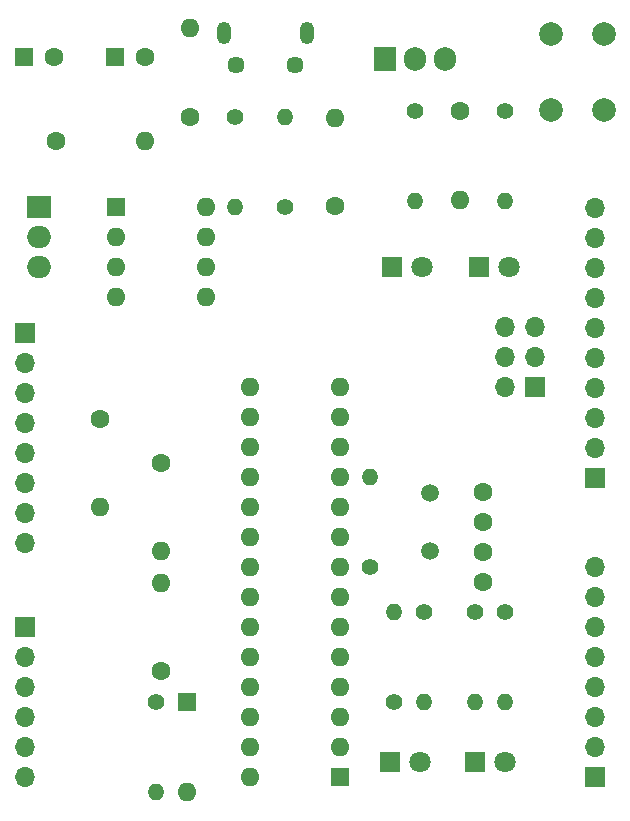
<source format=gbs>
G04 #@! TF.GenerationSoftware,KiCad,Pcbnew,6.0.11-3.fc36*
G04 #@! TF.CreationDate,2023-04-04T19:10:39+09:00*
G04 #@! TF.ProjectId,Tetiduino,54657469-6475-4696-9e6f-2e6b69636164,rev?*
G04 #@! TF.SameCoordinates,Original*
G04 #@! TF.FileFunction,Soldermask,Bot*
G04 #@! TF.FilePolarity,Negative*
%FSLAX46Y46*%
G04 Gerber Fmt 4.6, Leading zero omitted, Abs format (unit mm)*
G04 Created by KiCad (PCBNEW 6.0.11-3.fc36) date 2023-04-04 19:10:39*
%MOMM*%
%LPD*%
G01*
G04 APERTURE LIST*
%ADD10R,1.700000X1.700000*%
%ADD11O,1.700000X1.700000*%
%ADD12C,1.400000*%
%ADD13O,1.400000X1.400000*%
%ADD14R,1.905000X2.000000*%
%ADD15O,1.905000X2.000000*%
%ADD16R,1.600000X1.600000*%
%ADD17O,1.600000X1.600000*%
%ADD18C,1.600000*%
%ADD19O,1.200000X1.900000*%
%ADD20C,1.450000*%
%ADD21C,2.000000*%
%ADD22R,1.800000X1.800000*%
%ADD23C,1.800000*%
%ADD24R,2.000000X1.905000*%
%ADD25O,2.000000X1.905000*%
%ADD26C,1.500000*%
G04 APERTURE END LIST*
D10*
X124460000Y-98892500D03*
D11*
X124460000Y-101432500D03*
X124460000Y-103972500D03*
X124460000Y-106512500D03*
X124460000Y-109052500D03*
X124460000Y-111592500D03*
X124460000Y-114132500D03*
X124460000Y-116672500D03*
D12*
X165100000Y-80115000D03*
D13*
X165100000Y-87735000D03*
D14*
X154940000Y-75695000D03*
D15*
X157480000Y-75695000D03*
X160020000Y-75695000D03*
D16*
X138130000Y-130175000D03*
D17*
X138130000Y-137795000D03*
D18*
X163195000Y-117475000D03*
X163195000Y-119975000D03*
X163195000Y-112395000D03*
X163195000Y-114895000D03*
D16*
X132080000Y-75565000D03*
D18*
X134580000Y-75565000D03*
X130810000Y-106205000D03*
D17*
X130810000Y-113705000D03*
D18*
X150660000Y-88205000D03*
D17*
X150660000Y-80705000D03*
D19*
X141280000Y-73512500D03*
D20*
X147280000Y-76212500D03*
D19*
X148280000Y-73512500D03*
D20*
X142280000Y-76212500D03*
D21*
X173430000Y-73585000D03*
X173430000Y-80085000D03*
X168930000Y-80085000D03*
X168930000Y-73585000D03*
D22*
X162880000Y-93345000D03*
D23*
X165420000Y-93345000D03*
D18*
X127060000Y-82677000D03*
D17*
X134560000Y-82677000D03*
D22*
X162560000Y-135255000D03*
D23*
X165100000Y-135255000D03*
D18*
X161290000Y-80175000D03*
D17*
X161290000Y-87675000D03*
D16*
X132090000Y-88275000D03*
D17*
X132090000Y-90815000D03*
X132090000Y-93355000D03*
X132090000Y-95895000D03*
X139710000Y-95895000D03*
X139710000Y-93355000D03*
X139710000Y-90815000D03*
X139710000Y-88275000D03*
D12*
X142240000Y-80645000D03*
D13*
X142240000Y-88265000D03*
D16*
X151120000Y-136515000D03*
D17*
X151120000Y-133975000D03*
X151120000Y-131435000D03*
X151120000Y-128895000D03*
X151120000Y-126355000D03*
X151120000Y-123815000D03*
X151120000Y-121275000D03*
X151120000Y-118735000D03*
X151120000Y-116195000D03*
X151120000Y-113655000D03*
X151120000Y-111115000D03*
X151120000Y-108575000D03*
X151120000Y-106035000D03*
X151120000Y-103495000D03*
X143500000Y-103495000D03*
X143500000Y-106035000D03*
X143500000Y-108575000D03*
X143500000Y-111115000D03*
X143500000Y-113655000D03*
X143500000Y-116195000D03*
X143500000Y-118735000D03*
X143500000Y-121275000D03*
X143500000Y-123815000D03*
X143500000Y-126355000D03*
X143500000Y-128895000D03*
X143500000Y-131435000D03*
X143500000Y-133975000D03*
X143500000Y-136515000D03*
D12*
X165100000Y-122555000D03*
D13*
X165100000Y-130175000D03*
D12*
X157480000Y-80115000D03*
D13*
X157480000Y-87735000D03*
D12*
X162560000Y-122555000D03*
D13*
X162560000Y-130175000D03*
D16*
X124380000Y-75565000D03*
D18*
X126880000Y-75565000D03*
D12*
X135540000Y-130175000D03*
D13*
X135540000Y-137795000D03*
D12*
X153670000Y-118745000D03*
D13*
X153670000Y-111125000D03*
D10*
X172720000Y-136510000D03*
D11*
X172720000Y-133970000D03*
X172720000Y-131430000D03*
X172720000Y-128890000D03*
X172720000Y-126350000D03*
X172720000Y-123810000D03*
X172720000Y-121270000D03*
X172720000Y-118730000D03*
D10*
X167645000Y-103490000D03*
D11*
X165105000Y-103490000D03*
X167645000Y-100950000D03*
X165105000Y-100950000D03*
X167645000Y-98410000D03*
X165105000Y-98410000D03*
D12*
X155640000Y-130175000D03*
D13*
X155640000Y-122555000D03*
D18*
X138430000Y-80645000D03*
D17*
X138430000Y-73145000D03*
D24*
X125600000Y-88265000D03*
D25*
X125600000Y-90805000D03*
X125600000Y-93345000D03*
D22*
X155340000Y-135255000D03*
D23*
X157880000Y-135255000D03*
D10*
X124460000Y-123825000D03*
D11*
X124460000Y-126365000D03*
X124460000Y-128905000D03*
X124460000Y-131445000D03*
X124460000Y-133985000D03*
X124460000Y-136525000D03*
D26*
X158750000Y-117385000D03*
X158750000Y-112505000D03*
D18*
X135950000Y-109915000D03*
D17*
X135950000Y-117415000D03*
D22*
X155460000Y-93345000D03*
D23*
X158000000Y-93345000D03*
D18*
X135950000Y-127575000D03*
D17*
X135950000Y-120075000D03*
D10*
X172720000Y-111170000D03*
D11*
X172720000Y-108630000D03*
X172720000Y-106090000D03*
X172720000Y-103550000D03*
X172720000Y-101010000D03*
X172720000Y-98470000D03*
X172720000Y-95930000D03*
X172720000Y-93390000D03*
X172720000Y-90850000D03*
X172720000Y-88310000D03*
D12*
X158180000Y-122555000D03*
D13*
X158180000Y-130175000D03*
D12*
X146400000Y-88265000D03*
D13*
X146400000Y-80645000D03*
M02*

</source>
